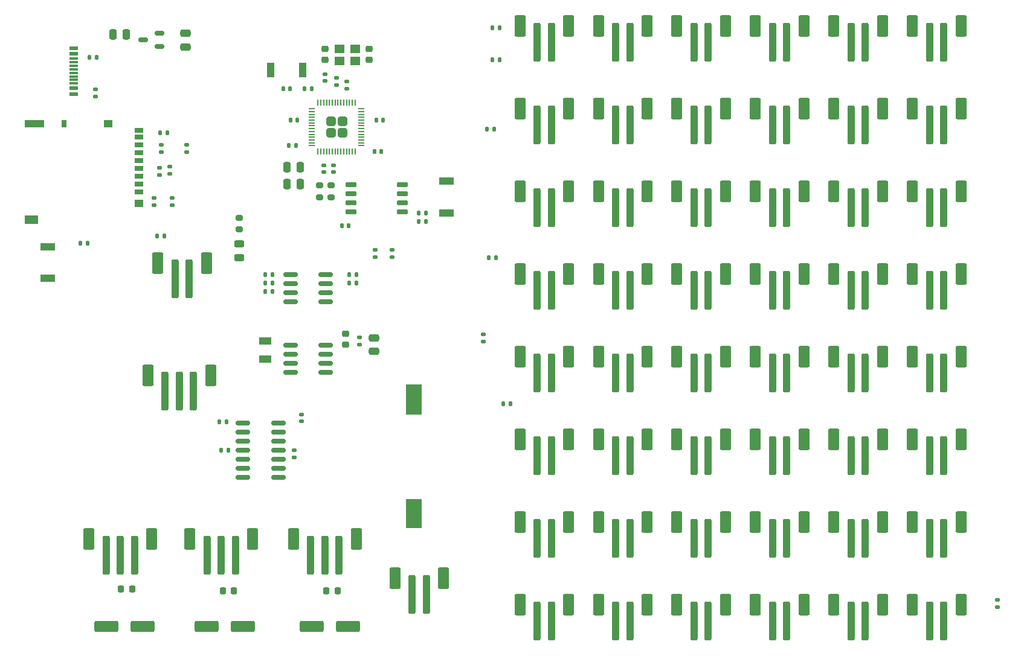
<source format=gbr>
%TF.GenerationSoftware,KiCad,Pcbnew,8.0.9-8.0.9-0~ubuntu22.04.1*%
%TF.CreationDate,2025-08-02T16:06:54-04:00*%
%TF.ProjectId,task-controller,7461736b-2d63-46f6-9e74-726f6c6c6572,rev?*%
%TF.SameCoordinates,Original*%
%TF.FileFunction,Paste,Top*%
%TF.FilePolarity,Positive*%
%FSLAX46Y46*%
G04 Gerber Fmt 4.6, Leading zero omitted, Abs format (unit mm)*
G04 Created by KiCad (PCBNEW 8.0.9-8.0.9-0~ubuntu22.04.1) date 2025-08-02 16:06:54*
%MOMM*%
%LPD*%
G01*
G04 APERTURE LIST*
G04 Aperture macros list*
%AMRoundRect*
0 Rectangle with rounded corners*
0 $1 Rounding radius*
0 $2 $3 $4 $5 $6 $7 $8 $9 X,Y pos of 4 corners*
0 Add a 4 corners polygon primitive as box body*
4,1,4,$2,$3,$4,$5,$6,$7,$8,$9,$2,$3,0*
0 Add four circle primitives for the rounded corners*
1,1,$1+$1,$2,$3*
1,1,$1+$1,$4,$5*
1,1,$1+$1,$6,$7*
1,1,$1+$1,$8,$9*
0 Add four rect primitives between the rounded corners*
20,1,$1+$1,$2,$3,$4,$5,0*
20,1,$1+$1,$4,$5,$6,$7,0*
20,1,$1+$1,$6,$7,$8,$9,0*
20,1,$1+$1,$8,$9,$2,$3,0*%
G04 Aperture macros list end*
%ADD10RoundRect,0.250000X0.475000X-0.250000X0.475000X0.250000X-0.475000X0.250000X-0.475000X-0.250000X0*%
%ADD11RoundRect,0.150000X-0.825000X-0.150000X0.825000X-0.150000X0.825000X0.150000X-0.825000X0.150000X0*%
%ADD12RoundRect,0.250000X-0.250000X-2.500000X0.250000X-2.500000X0.250000X2.500000X-0.250000X2.500000X0*%
%ADD13RoundRect,0.250000X-0.550000X-1.250000X0.550000X-1.250000X0.550000X1.250000X-0.550000X1.250000X0*%
%ADD14RoundRect,0.135000X-0.135000X-0.185000X0.135000X-0.185000X0.135000X0.185000X-0.135000X0.185000X0*%
%ADD15RoundRect,0.135000X-0.185000X0.135000X-0.185000X-0.135000X0.185000X-0.135000X0.185000X0.135000X0*%
%ADD16RoundRect,0.200000X-0.275000X0.200000X-0.275000X-0.200000X0.275000X-0.200000X0.275000X0.200000X0*%
%ADD17R,1.240000X0.600000*%
%ADD18R,1.240000X0.300000*%
%ADD19RoundRect,0.135000X0.135000X0.185000X-0.135000X0.185000X-0.135000X-0.185000X0.135000X-0.185000X0*%
%ADD20RoundRect,0.150000X0.512500X0.150000X-0.512500X0.150000X-0.512500X-0.150000X0.512500X-0.150000X0*%
%ADD21RoundRect,0.140000X-0.140000X-0.170000X0.140000X-0.170000X0.140000X0.170000X-0.140000X0.170000X0*%
%ADD22RoundRect,0.140000X0.140000X0.170000X-0.140000X0.170000X-0.140000X-0.170000X0.140000X-0.170000X0*%
%ADD23R,1.200000X0.700000*%
%ADD24R,0.800000X1.000000*%
%ADD25R,1.200000X1.000000*%
%ADD26R,2.800000X1.000000*%
%ADD27R,1.900000X1.300000*%
%ADD28RoundRect,0.135000X0.185000X-0.135000X0.185000X0.135000X-0.185000X0.135000X-0.185000X-0.135000X0*%
%ADD29RoundRect,0.250000X-1.412500X-0.550000X1.412500X-0.550000X1.412500X0.550000X-1.412500X0.550000X0*%
%ADD30RoundRect,0.225000X0.250000X-0.225000X0.250000X0.225000X-0.250000X0.225000X-0.250000X-0.225000X0*%
%ADD31RoundRect,0.250000X-0.250000X-0.475000X0.250000X-0.475000X0.250000X0.475000X-0.250000X0.475000X0*%
%ADD32RoundRect,0.243750X0.456250X-0.243750X0.456250X0.243750X-0.456250X0.243750X-0.456250X-0.243750X0*%
%ADD33RoundRect,0.140000X-0.170000X0.140000X-0.170000X-0.140000X0.170000X-0.140000X0.170000X0.140000X0*%
%ADD34RoundRect,0.249999X0.395001X0.395001X-0.395001X0.395001X-0.395001X-0.395001X0.395001X-0.395001X0*%
%ADD35RoundRect,0.050000X0.387500X0.050000X-0.387500X0.050000X-0.387500X-0.050000X0.387500X-0.050000X0*%
%ADD36RoundRect,0.050000X0.050000X0.387500X-0.050000X0.387500X-0.050000X-0.387500X0.050000X-0.387500X0*%
%ADD37R,2.000000X1.050000*%
%ADD38RoundRect,0.225000X-0.225000X-0.250000X0.225000X-0.250000X0.225000X0.250000X-0.225000X0.250000X0*%
%ADD39R,1.400000X1.200000*%
%ADD40RoundRect,0.150000X0.650000X0.150000X-0.650000X0.150000X-0.650000X-0.150000X0.650000X-0.150000X0*%
%ADD41R,1.800000X1.000000*%
%ADD42RoundRect,0.140000X0.170000X-0.140000X0.170000X0.140000X-0.170000X0.140000X-0.170000X-0.140000X0*%
%ADD43RoundRect,0.225000X-0.250000X0.225000X-0.250000X-0.225000X0.250000X-0.225000X0.250000X0.225000X0*%
%ADD44R,2.300000X4.350000*%
%ADD45R,2.300000X4.040000*%
%ADD46R,1.050000X2.000000*%
G04 APERTURE END LIST*
D10*
%TO.C,C8*%
X23450000Y-12200000D03*
X23450000Y-10300000D03*
%TD*%
D11*
%TO.C,U6*%
X38175000Y-54045000D03*
X38175000Y-55315000D03*
X38175000Y-56585000D03*
X38175000Y-57855000D03*
X43125000Y-57855000D03*
X43125000Y-56585000D03*
X43125000Y-55315000D03*
X43125000Y-54045000D03*
%TD*%
D12*
%TO.C,SW49*%
X55250000Y-89000000D03*
X57250000Y-89000000D03*
D13*
X52850000Y-86750000D03*
X59650000Y-86750000D03*
%TD*%
D14*
%TO.C,R14*%
X10030000Y-13650000D03*
X11050000Y-13650000D03*
%TD*%
%TO.C,R3*%
X56140000Y-36650000D03*
X57160000Y-36650000D03*
%TD*%
D15*
%TO.C,R20*%
X50050000Y-40630000D03*
X50050000Y-41650000D03*
%TD*%
D16*
%TO.C,R10*%
X31050000Y-36162500D03*
X31050000Y-37812500D03*
%TD*%
D17*
%TO.C,J1*%
X7850000Y-12370000D03*
X7850000Y-13170000D03*
D18*
X7850000Y-14320000D03*
X7850000Y-15320000D03*
X7850000Y-15820000D03*
X7850000Y-16820000D03*
D17*
X7850000Y-17970000D03*
X7850000Y-18770000D03*
X7850000Y-18770000D03*
X7850000Y-17970000D03*
D18*
X7850000Y-17320000D03*
X7850000Y-16320000D03*
X7850000Y-14820000D03*
X7850000Y-13820000D03*
D17*
X7850000Y-13170000D03*
X7850000Y-12370000D03*
%TD*%
D19*
%TO.C,R6*%
X29510000Y-68750000D03*
X28490000Y-68750000D03*
%TD*%
D20*
%TO.C,U1*%
X19850000Y-12150000D03*
X19850000Y-10250000D03*
X17575000Y-11200000D03*
%TD*%
D21*
%TO.C,C21*%
X46445000Y-44085000D03*
X47405000Y-44085000D03*
%TD*%
D22*
%TO.C,C12*%
X38130000Y-18050000D03*
X37170000Y-18050000D03*
%TD*%
%TO.C,C14*%
X50930000Y-26850000D03*
X49970000Y-26850000D03*
%TD*%
D14*
%TO.C,R11*%
X19490000Y-38750000D03*
X20510000Y-38750000D03*
%TD*%
D15*
%TO.C,R36*%
X20050000Y-25940000D03*
X20050000Y-26960000D03*
%TD*%
%TO.C,R27*%
X65250000Y-52490000D03*
X65250000Y-53510000D03*
%TD*%
D23*
%TO.C,J5*%
X16950000Y-32550000D03*
X16950000Y-31450000D03*
X16950000Y-30350000D03*
X16950000Y-29250000D03*
X16950000Y-28150000D03*
X16950000Y-27050000D03*
X16950000Y-25950000D03*
X16950000Y-24850000D03*
X16950000Y-23900000D03*
D24*
X6450000Y-22950000D03*
D25*
X12650000Y-22950000D03*
D26*
X2300000Y-22950000D03*
D25*
X16950000Y-34100000D03*
D27*
X1850000Y-36450000D03*
%TD*%
D12*
%TO.C,RV1*%
X20600000Y-60500000D03*
X22600000Y-60500000D03*
X24600000Y-60500000D03*
D13*
X18200000Y-58250000D03*
X27000000Y-58250000D03*
%TD*%
D19*
%TO.C,R28*%
X67010000Y-41750000D03*
X65990000Y-41750000D03*
%TD*%
D21*
%TO.C,C7*%
X45370000Y-37250000D03*
X46330000Y-37250000D03*
%TD*%
D28*
%TO.C,R31*%
X47900000Y-53960000D03*
X47900000Y-52940000D03*
%TD*%
D29*
%TO.C,C5*%
X41175000Y-93500000D03*
X46250000Y-93500000D03*
%TD*%
D30*
%TO.C,C22*%
X45900000Y-53975000D03*
X45900000Y-52425000D03*
%TD*%
D31*
%TO.C,C1*%
X13300000Y-10450000D03*
X15200000Y-10450000D03*
%TD*%
D16*
%TO.C,R4*%
X43850000Y-31600000D03*
X43850000Y-33250000D03*
%TD*%
D31*
%TO.C,C20*%
X37700000Y-29050000D03*
X39600000Y-29050000D03*
%TD*%
D19*
%TO.C,R38*%
X9750000Y-39750000D03*
X8730000Y-39750000D03*
%TD*%
D14*
%TO.C,R37*%
X19940000Y-24250000D03*
X20960000Y-24250000D03*
%TD*%
D32*
%TO.C,D1*%
X31050000Y-41725000D03*
X31050000Y-39850000D03*
%TD*%
D33*
%TO.C,C18*%
X44650000Y-16545000D03*
X44650000Y-17505000D03*
%TD*%
D11*
%TO.C,U2*%
X31525000Y-64940000D03*
X31525000Y-66210000D03*
X31525000Y-67480000D03*
X31525000Y-68750000D03*
X31525000Y-70020000D03*
X31525000Y-71290000D03*
X31525000Y-72560000D03*
X36475000Y-72560000D03*
X36475000Y-71290000D03*
X36475000Y-70020000D03*
X36475000Y-68750000D03*
X36475000Y-67480000D03*
X36475000Y-66210000D03*
X36475000Y-64940000D03*
%TD*%
D28*
%TO.C,R35*%
X23650000Y-26960000D03*
X23650000Y-25940000D03*
%TD*%
D29*
%TO.C,C4*%
X26462500Y-93500000D03*
X31537500Y-93500000D03*
%TD*%
D14*
%TO.C,R16*%
X34615000Y-44085000D03*
X35635000Y-44085000D03*
%TD*%
D34*
%TO.C,U4*%
X45450000Y-24250000D03*
X45450000Y-22650000D03*
X43850000Y-24250000D03*
X43850000Y-22650000D03*
D35*
X48087500Y-26050000D03*
X48087500Y-25650000D03*
X48087500Y-25250000D03*
X48087500Y-24850000D03*
X48087500Y-24450000D03*
X48087500Y-24050000D03*
X48087500Y-23650000D03*
X48087500Y-23250000D03*
X48087500Y-22850000D03*
X48087500Y-22450000D03*
X48087500Y-22050000D03*
X48087500Y-21650000D03*
X48087500Y-21250000D03*
X48087500Y-20850000D03*
D36*
X47250000Y-20012500D03*
X46850000Y-20012500D03*
X46450000Y-20012500D03*
X46050000Y-20012500D03*
X45650000Y-20012500D03*
X45250000Y-20012500D03*
X44850000Y-20012500D03*
X44450000Y-20012500D03*
X44050000Y-20012500D03*
X43650000Y-20012500D03*
X43250000Y-20012500D03*
X42850000Y-20012500D03*
X42450000Y-20012500D03*
X42050000Y-20012500D03*
D35*
X41212500Y-20850000D03*
X41212500Y-21250000D03*
X41212500Y-21650000D03*
X41212500Y-22050000D03*
X41212500Y-22450000D03*
X41212500Y-22850000D03*
X41212500Y-23250000D03*
X41212500Y-23650000D03*
X41212500Y-24050000D03*
X41212500Y-24450000D03*
X41212500Y-24850000D03*
X41212500Y-25250000D03*
X41212500Y-25650000D03*
X41212500Y-26050000D03*
D36*
X42050000Y-26887500D03*
X42450000Y-26887500D03*
X42850000Y-26887500D03*
X43250000Y-26887500D03*
X43650000Y-26887500D03*
X44050000Y-26887500D03*
X44450000Y-26887500D03*
X44850000Y-26887500D03*
X45250000Y-26887500D03*
X45650000Y-26887500D03*
X46050000Y-26887500D03*
X46450000Y-26887500D03*
X46850000Y-26887500D03*
X47250000Y-26887500D03*
%TD*%
D29*
%TO.C,C3*%
X12425000Y-93500000D03*
X17500000Y-93500000D03*
%TD*%
D14*
%TO.C,R19*%
X34615000Y-46485000D03*
X35635000Y-46485000D03*
%TD*%
D31*
%TO.C,C9*%
X37700000Y-31450000D03*
X39600000Y-31450000D03*
%TD*%
D15*
%TO.C,R21*%
X52450000Y-40650000D03*
X52450000Y-41670000D03*
%TD*%
D37*
%TO.C,SW50*%
X60050000Y-35475000D03*
X60050000Y-31025000D03*
%TD*%
D14*
%TO.C,R30*%
X65740000Y-23750000D03*
X66760000Y-23750000D03*
%TD*%
D28*
%TO.C,R7*%
X38750000Y-69760000D03*
X38750000Y-68740000D03*
%TD*%
D21*
%TO.C,C17*%
X38170000Y-22450000D03*
X39130000Y-22450000D03*
%TD*%
D19*
%TO.C,R22*%
X47435000Y-45285000D03*
X46415000Y-45285000D03*
%TD*%
D38*
%TO.C,C25*%
X14450000Y-88250000D03*
X16000000Y-88250000D03*
%TD*%
D22*
%TO.C,C13*%
X51155000Y-22450000D03*
X50195000Y-22450000D03*
%TD*%
D19*
%TO.C,R23*%
X29260000Y-64750000D03*
X28240000Y-64750000D03*
%TD*%
D39*
%TO.C,Y1*%
X45050000Y-14150000D03*
X47250000Y-14150000D03*
X47250000Y-12450000D03*
X45050000Y-12450000D03*
%TD*%
D30*
%TO.C,C2*%
X49250000Y-14025000D03*
X49250000Y-12475000D03*
%TD*%
D33*
%TO.C,C10*%
X43050000Y-16000000D03*
X43050000Y-16960000D03*
%TD*%
D38*
%TO.C,C26*%
X28725000Y-88500000D03*
X30275000Y-88500000D03*
%TD*%
D14*
%TO.C,R25*%
X66490000Y-9500000D03*
X67510000Y-9500000D03*
%TD*%
D40*
%TO.C,U3*%
X53850000Y-35320000D03*
X53850000Y-34050000D03*
X53850000Y-32780000D03*
X53850000Y-31510000D03*
X46650000Y-31510000D03*
X46650000Y-32780000D03*
X46650000Y-34050000D03*
X46650000Y-35320000D03*
%TD*%
D15*
%TO.C,R33*%
X21650000Y-33340000D03*
X21650000Y-34360000D03*
%TD*%
%TO.C,R15*%
X10850000Y-18140000D03*
X10850000Y-19160000D03*
%TD*%
D41*
%TO.C,Y2*%
X34650000Y-55950000D03*
X34650000Y-53450000D03*
%TD*%
D42*
%TO.C,C11*%
X42850000Y-29730000D03*
X42850000Y-28770000D03*
%TD*%
D10*
%TO.C,C23*%
X49900000Y-54900000D03*
X49900000Y-53000000D03*
%TD*%
D15*
%TO.C,R29*%
X137250000Y-89740000D03*
X137250000Y-90760000D03*
%TD*%
D37*
%TO.C,SW52*%
X4150000Y-44650000D03*
X4150000Y-40200000D03*
%TD*%
D43*
%TO.C,C6*%
X43050000Y-12475000D03*
X43050000Y-14025000D03*
%TD*%
D33*
%TO.C,C24*%
X19850000Y-29170000D03*
X19850000Y-30130000D03*
%TD*%
D12*
%TO.C,R12*%
X22000000Y-44750000D03*
X24000000Y-44750000D03*
D13*
X19600000Y-42500000D03*
X26400000Y-42500000D03*
%TD*%
D42*
%TO.C,C15*%
X44250000Y-29730000D03*
X44250000Y-28770000D03*
%TD*%
D12*
%TO.C,J4*%
X41000000Y-83500000D03*
X43000000Y-83500000D03*
X45000000Y-83500000D03*
D13*
X38600000Y-81250000D03*
X47400000Y-81250000D03*
%TD*%
D44*
%TO.C,BT1*%
X55500000Y-61685000D03*
D45*
X55500000Y-77650000D03*
%TD*%
D19*
%TO.C,R24*%
X67510000Y-14000000D03*
X66490000Y-14000000D03*
%TD*%
D28*
%TO.C,R34*%
X21250000Y-29960000D03*
X21250000Y-28940000D03*
%TD*%
D12*
%TO.C,J2*%
X12350000Y-83500000D03*
X14350000Y-83500000D03*
X16350000Y-83500000D03*
D13*
X9950000Y-81250000D03*
X18750000Y-81250000D03*
%TD*%
D19*
%TO.C,R26*%
X69010000Y-62250000D03*
X67990000Y-62250000D03*
%TD*%
D14*
%TO.C,R1*%
X56140000Y-35450000D03*
X57160000Y-35450000D03*
%TD*%
D12*
%TO.C,J3*%
X26500000Y-83500000D03*
X28500000Y-83500000D03*
X30500000Y-83500000D03*
D13*
X24100000Y-81250000D03*
X32900000Y-81250000D03*
%TD*%
D15*
%TO.C,R32*%
X19050000Y-33340000D03*
X19050000Y-34360000D03*
%TD*%
D21*
%TO.C,C16*%
X37970000Y-26050000D03*
X38930000Y-26050000D03*
%TD*%
D14*
%TO.C,R9*%
X40140000Y-18050000D03*
X41160000Y-18050000D03*
%TD*%
D11*
%TO.C,U5*%
X38175000Y-44145000D03*
X38175000Y-45415000D03*
X38175000Y-46685000D03*
X38175000Y-47955000D03*
X43125000Y-47955000D03*
X43125000Y-46685000D03*
X43125000Y-45415000D03*
X43125000Y-44145000D03*
%TD*%
D42*
%TO.C,C19*%
X39750000Y-64730000D03*
X39750000Y-63770000D03*
%TD*%
D16*
%TO.C,R8*%
X42250000Y-31600000D03*
X42250000Y-33250000D03*
%TD*%
D14*
%TO.C,R18*%
X34615000Y-45285000D03*
X35635000Y-45285000D03*
%TD*%
D38*
%TO.C,C27*%
X43225000Y-88500000D03*
X44775000Y-88500000D03*
%TD*%
D46*
%TO.C,SW51*%
X39875000Y-15450000D03*
X35425000Y-15450000D03*
%TD*%
D15*
%TO.C,R2*%
X46050000Y-17030000D03*
X46050000Y-18050000D03*
%TD*%
D12*
%TO.C,SW13*%
X72750000Y-34709000D03*
X74750000Y-34709000D03*
D13*
X70350000Y-32459000D03*
X77150000Y-32459000D03*
%TD*%
D12*
%TO.C,SW20*%
X83750000Y-46306000D03*
X85750000Y-46306000D03*
D13*
X81350000Y-44056000D03*
X88150000Y-44056000D03*
%TD*%
D12*
%TO.C,SW18*%
X127750000Y-34709000D03*
X129750000Y-34709000D03*
D13*
X125350000Y-32459000D03*
X132150000Y-32459000D03*
%TD*%
D12*
%TO.C,SW21*%
X94750000Y-46306000D03*
X96750000Y-46306000D03*
D13*
X92350000Y-44056000D03*
X99150000Y-44056000D03*
%TD*%
D12*
%TO.C,SW23*%
X116750000Y-46306000D03*
X118750000Y-46306000D03*
D13*
X114350000Y-44056000D03*
X121150000Y-44056000D03*
%TD*%
D12*
%TO.C,SW29*%
X116750000Y-57903000D03*
X118750000Y-57903000D03*
D13*
X114350000Y-55653000D03*
X121150000Y-55653000D03*
%TD*%
D12*
%TO.C,SW43*%
X72750000Y-92694000D03*
X74750000Y-92694000D03*
D13*
X70350000Y-90444000D03*
X77150000Y-90444000D03*
%TD*%
D12*
%TO.C,SW11*%
X116750000Y-23112000D03*
X118750000Y-23112000D03*
D13*
X114350000Y-20862000D03*
X121150000Y-20862000D03*
%TD*%
D12*
%TO.C,SW45*%
X94750000Y-92694000D03*
X96750000Y-92694000D03*
D13*
X92350000Y-90444000D03*
X99150000Y-90444000D03*
%TD*%
D12*
%TO.C,SW4*%
X105750000Y-11515000D03*
X107750000Y-11515000D03*
D13*
X103350000Y-9265000D03*
X110150000Y-9265000D03*
%TD*%
D12*
%TO.C,SW41*%
X116750000Y-81097000D03*
X118750000Y-81097000D03*
D13*
X114350000Y-78847000D03*
X121150000Y-78847000D03*
%TD*%
D12*
%TO.C,SW44*%
X83750000Y-92694000D03*
X85750000Y-92694000D03*
D13*
X81350000Y-90444000D03*
X88150000Y-90444000D03*
%TD*%
D12*
%TO.C,SW48*%
X127750000Y-92694000D03*
X129750000Y-92694000D03*
D13*
X125350000Y-90444000D03*
X132150000Y-90444000D03*
%TD*%
D12*
%TO.C,SW36*%
X127750000Y-69500000D03*
X129750000Y-69500000D03*
D13*
X125350000Y-67250000D03*
X132150000Y-67250000D03*
%TD*%
D12*
%TO.C,SW16*%
X105750000Y-34709000D03*
X107750000Y-34709000D03*
D13*
X103350000Y-32459000D03*
X110150000Y-32459000D03*
%TD*%
D12*
%TO.C,SW39*%
X94750000Y-81097000D03*
X96750000Y-81097000D03*
D13*
X92350000Y-78847000D03*
X99150000Y-78847000D03*
%TD*%
D12*
%TO.C,SW42*%
X127750000Y-81097000D03*
X129750000Y-81097000D03*
D13*
X125350000Y-78847000D03*
X132150000Y-78847000D03*
%TD*%
D12*
%TO.C,SW37*%
X72750000Y-81097000D03*
X74750000Y-81097000D03*
D13*
X70350000Y-78847000D03*
X77150000Y-78847000D03*
%TD*%
D12*
%TO.C,SW35*%
X116750000Y-69500000D03*
X118750000Y-69500000D03*
D13*
X114350000Y-67250000D03*
X121150000Y-67250000D03*
%TD*%
D12*
%TO.C,SW34*%
X105750000Y-69500000D03*
X107750000Y-69500000D03*
D13*
X103350000Y-67250000D03*
X110150000Y-67250000D03*
%TD*%
D12*
%TO.C,SW9*%
X94750000Y-23112000D03*
X96750000Y-23112000D03*
D13*
X92350000Y-20862000D03*
X99150000Y-20862000D03*
%TD*%
D12*
%TO.C,SW24*%
X127750000Y-46306000D03*
X129750000Y-46306000D03*
D13*
X125350000Y-44056000D03*
X132150000Y-44056000D03*
%TD*%
D12*
%TO.C,SW1*%
X72750000Y-11515000D03*
X74750000Y-11515000D03*
D13*
X70350000Y-9265000D03*
X77150000Y-9265000D03*
%TD*%
D12*
%TO.C,SW6*%
X127750000Y-11515000D03*
X129750000Y-11515000D03*
D13*
X125350000Y-9265000D03*
X132150000Y-9265000D03*
%TD*%
D12*
%TO.C,SW26*%
X83750000Y-57903000D03*
X85750000Y-57903000D03*
D13*
X81350000Y-55653000D03*
X88150000Y-55653000D03*
%TD*%
D12*
%TO.C,SW38*%
X83750000Y-81097000D03*
X85750000Y-81097000D03*
D13*
X81350000Y-78847000D03*
X88150000Y-78847000D03*
%TD*%
D12*
%TO.C,SW22*%
X105750000Y-46306000D03*
X107750000Y-46306000D03*
D13*
X103350000Y-44056000D03*
X110150000Y-44056000D03*
%TD*%
D12*
%TO.C,SW33*%
X94750000Y-69500000D03*
X96750000Y-69500000D03*
D13*
X92350000Y-67250000D03*
X99150000Y-67250000D03*
%TD*%
D12*
%TO.C,SW10*%
X105750000Y-23112000D03*
X107750000Y-23112000D03*
D13*
X103350000Y-20862000D03*
X110150000Y-20862000D03*
%TD*%
D12*
%TO.C,SW28*%
X105750000Y-57903000D03*
X107750000Y-57903000D03*
D13*
X103350000Y-55653000D03*
X110150000Y-55653000D03*
%TD*%
D12*
%TO.C,SW8*%
X83750000Y-23112000D03*
X85750000Y-23112000D03*
D13*
X81350000Y-20862000D03*
X88150000Y-20862000D03*
%TD*%
D12*
%TO.C,SW40*%
X105750000Y-81097000D03*
X107750000Y-81097000D03*
D13*
X103350000Y-78847000D03*
X110150000Y-78847000D03*
%TD*%
D12*
%TO.C,SW46*%
X105750000Y-92694000D03*
X107750000Y-92694000D03*
D13*
X103350000Y-90444000D03*
X110150000Y-90444000D03*
%TD*%
D12*
%TO.C,SW5*%
X116750000Y-11515000D03*
X118750000Y-11515000D03*
D13*
X114350000Y-9265000D03*
X121150000Y-9265000D03*
%TD*%
D12*
%TO.C,SW31*%
X72750000Y-69500000D03*
X74750000Y-69500000D03*
D13*
X70350000Y-67250000D03*
X77150000Y-67250000D03*
%TD*%
D12*
%TO.C,SW12*%
X127750000Y-23112000D03*
X129750000Y-23112000D03*
D13*
X125350000Y-20862000D03*
X132150000Y-20862000D03*
%TD*%
D12*
%TO.C,SW15*%
X94750000Y-34709000D03*
X96750000Y-34709000D03*
D13*
X92350000Y-32459000D03*
X99150000Y-32459000D03*
%TD*%
D12*
%TO.C,SW7*%
X72750000Y-23112000D03*
X74750000Y-23112000D03*
D13*
X70350000Y-20862000D03*
X77150000Y-20862000D03*
%TD*%
D12*
%TO.C,SW17*%
X116750000Y-34709000D03*
X118750000Y-34709000D03*
D13*
X114350000Y-32459000D03*
X121150000Y-32459000D03*
%TD*%
D12*
%TO.C,SW2*%
X83750000Y-11515000D03*
X85750000Y-11515000D03*
D13*
X81350000Y-9265000D03*
X88150000Y-9265000D03*
%TD*%
D12*
%TO.C,SW14*%
X83750000Y-34709000D03*
X85750000Y-34709000D03*
D13*
X81350000Y-32459000D03*
X88150000Y-32459000D03*
%TD*%
D12*
%TO.C,SW3*%
X94750000Y-11515000D03*
X96750000Y-11515000D03*
D13*
X92350000Y-9265000D03*
X99150000Y-9265000D03*
%TD*%
D12*
%TO.C,SW30*%
X127750000Y-57903000D03*
X129750000Y-57903000D03*
D13*
X125350000Y-55653000D03*
X132150000Y-55653000D03*
%TD*%
D12*
%TO.C,SW19*%
X72750000Y-46306000D03*
X74750000Y-46306000D03*
D13*
X70350000Y-44056000D03*
X77150000Y-44056000D03*
%TD*%
D12*
%TO.C,SW47*%
X116750000Y-92694000D03*
X118750000Y-92694000D03*
D13*
X114350000Y-90444000D03*
X121150000Y-90444000D03*
%TD*%
D12*
%TO.C,SW25*%
X72750000Y-57903000D03*
X74750000Y-57903000D03*
D13*
X70350000Y-55653000D03*
X77150000Y-55653000D03*
%TD*%
D12*
%TO.C,SW27*%
X94750000Y-57903000D03*
X96750000Y-57903000D03*
D13*
X92350000Y-55653000D03*
X99150000Y-55653000D03*
%TD*%
D12*
%TO.C,SW32*%
X83750000Y-69500000D03*
X85750000Y-69500000D03*
D13*
X81350000Y-67250000D03*
X88150000Y-67250000D03*
%TD*%
M02*

</source>
